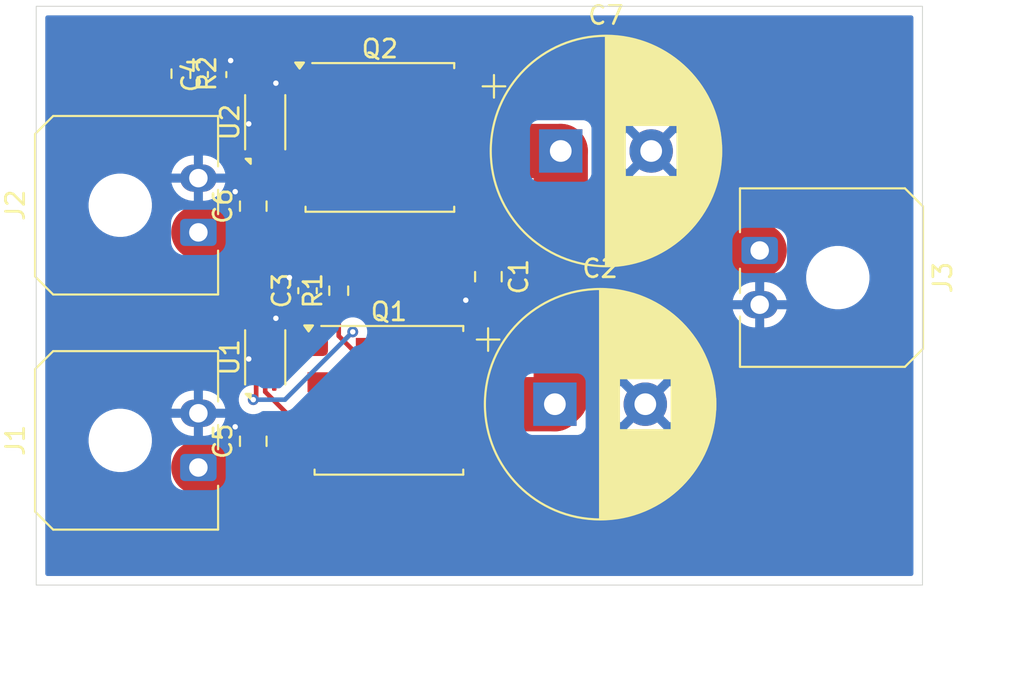
<source format=kicad_pcb>
(kicad_pcb (version 20241229) (generator "pcbnew") (generator_version "9.0")
  (layers (0 "F.Cu" signal) (2 "B.Cu" signal) (13 "F.Paste" user) (15 "B.Paste" user) (5 "F.SilkS" user "F.Silkscreen") (7 "B.SilkS" user "B.Silkscreen") (1 "F.Mask" user) (3 "B.Mask" user) (25 "Edge.Cuts" user))
  (net 0 "")
  (net 1 "/IdealDiode/Vout")
  (net 2 "GND")
  (net 3 "Net-(U1-Vdd)")
  (net 4 "Net-(U2-Vdd)")
  (net 5 "/IdealDiode/Vin")
  (net 6 "/IdealDiode1/Vin")
  (net 7 "Net-(Q1-G)")
  (net 8 "Net-(Q2-G)")
  (footprint "Connector_Molex:Molex_Micro-Fit_3.0_43650-0200_1x02_P3.00mm_Horizontal" (layer "F.Cu") (at 137.965 92.5 90)
    (property "Reference" "J1" (at 1.5 -10.12 90) (layer "F.SilkS"))
    (property "Value" "Power")
    (pad "" np_thru_hole circle (at 1.5 -4.32 90) (size 3 3) (drill 3) (layers "*.Cu" "*.Mask"))
    (pad "1" thru_hole roundrect (at 0 0 90) (size 1.5 2.02) (drill 1.02) (layers "*.Cu" "*.Mask") (roundrect_rratio 0.166667) (net 5 "/IdealDiode/Vin"))
    (pad "2" thru_hole oval (at 3 0 90) (size 1.5 2.02) (drill 1.02) (layers "*.Cu" "*.Mask") (net 2 "GND"))
  )
  (footprint "Package_TO_SOT_SMD:PQFN_8x8" (layer "F.Cu") (at 148.5 88.785)
    (property "Reference" "Q1" (at 0 -4.9 0) (layer "F.SilkS"))
    (property "Value" "FDMT800100DC")
    (pad "1" smd roundrect (at -3.935 -3) (size 1.13 1.1) (layers "F.Cu" "F.Mask" "F.Paste") (net 7 "Net-(Q1-G)"))
    (pad "2" smd custom (at -3.61 1) (size 0.48 5.1) (layers "F.Cu" "F.Mask" "F.Paste") (net 5 "/IdealDiode/Vin") (options (clearance outline) (anchor rect)) (primitives (gr_poly (pts (xy -0.24 -1.45) (xy -0.89 -1.45) (xy -0.89 -2.55) (xy -0.24 -2.55)) (width 0) (fill yes)) (gr_poly (pts (xy -0.24 0.55) (xy -0.89 0.55) (xy -0.89 -0.55) (xy -0.24 -0.55)) (width 0) (fill yes)) (gr_poly (pts (xy -0.24 2.55) (xy -0.89 2.55) (xy -0.89 1.45) (xy -0.24 1.45)) (width 0) (fill yes))))
    (pad "3" smd custom (at 0.785 0) (size 5.23 6.9) (layers "F.Cu" "F.Mask") (net 1 "/IdealDiode/Vout") (options (clearance outline) (anchor rect)) (primitives (gr_poly (pts (xy 3.715 -2.45) (xy 2.615 -2.45) (xy 2.615 -3.55) (xy 3.715 -3.55)) (width 0) (fill yes)) (gr_poly (pts (xy 3.715 -0.45) (xy 2.615 -0.45) (xy 2.615 -1.55) (xy 3.715 -1.55)) (width 0) (fill yes)) (gr_poly (pts (xy 3.715 1.55) (xy 2.615 1.55) (xy 2.615 0.45) (xy 3.715 0.45)) (width 0) (fill yes)) (gr_poly (pts (xy 3.715 3.55) (xy 2.615 3.55) (xy 2.615 2.45) (xy 3.715 2.45)) (width 0) (fill yes))))
  )
  (footprint "Resistor_SMD:R_0603_1608Metric" (layer "F.Cu") (at 137 70.725 -90)
    (property "Reference" "R2" (at 0 -1.43 90) (layer "F.SilkS"))
    (property "Value" "100")
    (pad "1" smd roundrect (at -0.825 0 270) (size 0.8 0.95) (layers "F.Cu" "F.Mask" "F.Paste") (net 1 "/IdealDiode/Vout"))
    (pad "2" smd roundrect (at 0.825 0 270) (size 0.8 0.95) (layers "F.Cu" "F.Mask" "F.Paste") (net 4 "Net-(U2-Vdd)"))
  )
  (footprint "Capacitor_SMD:C_0805_2012Metric" (layer "F.Cu") (at 141 78.05 90)
    (property "Reference" "C6" (at 0 -1.68 90) (layer "F.SilkS"))
    (property "Value" "1uF")
    (pad "1" smd roundrect (at -0.95 0 90) (size 1 1.45) (layers "F.Cu" "F.Mask" "F.Paste") (net 6 "/IdealDiode1/Vin"))
    (pad "2" smd roundrect (at 0.95 0 90) (size 1 1.45) (layers "F.Cu" "F.Mask" "F.Paste") (net 2 "GND"))
  )
  (footprint "Package_TO_SOT_SMD:PQFN_8x8" (layer "F.Cu") (at 148 74.25)
    (property "Reference" "Q2" (at 0 -4.9 0) (layer "F.SilkS"))
    (property "Value" "FDMT800100DC")
    (pad "1" smd roundrect (at -3.935 -3) (size 1.13 1.1) (layers "F.Cu" "F.Mask" "F.Paste") (net 8 "Net-(Q2-G)"))
    (pad "2" smd custom (at -3.61 1) (size 0.48 5.1) (layers "F.Cu" "F.Mask" "F.Paste") (net 6 "/IdealDiode1/Vin") (options (clearance outline) (anchor rect)) (primitives (gr_poly (pts (xy -0.24 -1.45) (xy -0.89 -1.45) (xy -0.89 -2.55) (xy -0.24 -2.55)) (width 0) (fill yes)) (gr_poly (pts (xy -0.24 0.55) (xy -0.89 0.55) (xy -0.89 -0.55) (xy -0.24 -0.55)) (width 0) (fill yes)) (gr_poly (pts (xy -0.24 2.55) (xy -0.89 2.55) (xy -0.89 1.45) (xy -0.24 1.45)) (width 0) (fill yes))))
    (pad "3" smd custom (at 0.785 0) (size 5.23 6.9) (layers "F.Cu" "F.Mask") (net 1 "/IdealDiode/Vout") (options (clearance outline) (anchor rect)) (primitives (gr_poly (pts (xy 3.715 -2.45) (xy 2.615 -2.45) (xy 2.615 -3.55) (xy 3.715 -3.55)) (width 0) (fill yes)) (gr_poly (pts (xy 3.715 -0.45) (xy 2.615 -0.45) (xy 2.615 -1.55) (xy 3.715 -1.55)) (width 0) (fill yes)) (gr_poly (pts (xy 3.715 1.55) (xy 2.615 1.55) (xy 2.615 0.45) (xy 3.715 0.45)) (width 0) (fill yes)) (gr_poly (pts (xy 3.715 3.55) (xy 2.615 3.55) (xy 2.615 2.45) (xy 3.715 2.45)) (width 0) (fill yes))))
  )
  (footprint "Connector_Molex:Molex_Micro-Fit_3.0_43650-0200_1x02_P3.00mm_Horizontal" (layer "F.Cu") (at 137.965 79.5 90)
    (property "Reference" "J2" (at 1.5 -10.12 90) (layer "F.SilkS"))
    (property "Value" "Power")
    (pad "" np_thru_hole circle (at 1.5 -4.32 90) (size 3 3) (drill 3) (layers "*.Cu" "*.Mask"))
    (pad "1" thru_hole roundrect (at 0 0 90) (size 1.5 2.02) (drill 1.02) (layers "*.Cu" "*.Mask") (roundrect_rratio 0.166667) (net 6 "/IdealDiode1/Vin"))
    (pad "2" thru_hole oval (at 3 0 90) (size 1.5 2.02) (drill 1.02) (layers "*.Cu" "*.Mask") (net 2 "GND"))
  )
  (footprint "Capacitor_SMD:C_0805_2012Metric" (layer "F.Cu") (at 141 91.05 90)
    (property "Reference" "C5" (at 0 -1.68 90) (layer "F.SilkS"))
    (property "Value" "1uF")
    (pad "1" smd roundrect (at -0.95 0 90) (size 1 1.45) (layers "F.Cu" "F.Mask" "F.Paste") (net 5 "/IdealDiode/Vin"))
    (pad "2" smd roundrect (at 0.95 0 90) (size 1 1.45) (layers "F.Cu" "F.Mask" "F.Paste") (net 2 "GND"))
  )
  (footprint "Connector_Molex:Molex_Micro-Fit_3.0_43650-0200_1x02_P3.00mm_Horizontal" (layer "F.Cu") (at 169 80.5 -90)
    (property "Reference" "J3" (at 1.5 -10.12 90) (layer "F.SilkS"))
    (property "Value" "PowerOut")
    (pad "" np_thru_hole circle (at 1.5 -4.32 270) (size 3 3) (drill 3) (layers "*.Cu" "*.Mask"))
    (pad "1" thru_hole roundrect (at 0 0 270) (size 1.5 2.02) (drill 1.02) (layers "*.Cu" "*.Mask") (roundrect_rratio 0.166667) (net 1 "/IdealDiode/Vout"))
    (pad "2" thru_hole oval (at 3 0 270) (size 1.5 2.02) (drill 1.02) (layers "*.Cu" "*.Mask") (net 2 "GND"))
  )
  (footprint "Capacitor_SMD:C_0603_1608Metric" (layer "F.Cu") (at 144 82.725 90)
    (property "Reference" "C3" (at 0 -1.43 90) (layer "F.SilkS"))
    (property "Value" "100n")
    (pad "1" smd roundrect (at -0.775 0 90) (size 0.9 0.95) (layers "F.Cu" "F.Mask" "F.Paste") (net 3 "Net-(U1-Vdd)"))
    (pad "2" smd roundrect (at 0.775 0 90) (size 0.9 0.95) (layers "F.Cu" "F.Mask" "F.Paste") (net 2 "GND"))
  )
  (footprint "Capacitor_SMD:C_0603_1608Metric" (layer "F.Cu") (at 139 70.775 90)
    (property "Reference" "C4" (at 0 -1.43 90) (layer "F.SilkS"))
    (property "Value" "100n")
    (pad "1" smd roundrect (at -0.775 0 90) (size 0.9 0.95) (layers "F.Cu" "F.Mask" "F.Paste") (net 4 "Net-(U2-Vdd)"))
    (pad "2" smd roundrect (at 0.775 0 90) (size 0.9 0.95) (layers "F.Cu" "F.Mask" "F.Paste") (net 2 "GND"))
  )
  (footprint "Capacitor_THT:CP_Radial_D12.5mm_P5.00mm" (layer "F.Cu") (at 157.676041 89)
    (property "Reference" "C2" (at 2.5 -7.5 0) (layer "F.SilkS"))
    (property "Value" "470uF")
    (pad "1" thru_hole rect (at 0 0) (size 2.4 2.4) (drill 1.2) (layers "*.Cu" "*.Mask") (net 1 "/IdealDiode/Vout"))
    (pad "2" thru_hole circle (at 5 0) (size 2.4 2.4) (drill 1.2) (layers "*.Cu" "*.Mask") (net 2 "GND"))
  )
  (footprint "Resistor_SMD:R_0603_1608Metric" (layer "F.Cu") (at 145.725 82.725 90)
    (property "Reference" "R1" (at 0 -1.43 90) (layer "F.SilkS"))
    (property "Value" "100")
    (pad "1" smd roundrect (at -0.825 0 90) (size 0.8 0.95) (layers "F.Cu" "F.Mask" "F.Paste") (net 1 "/IdealDiode/Vout"))
    (pad "2" smd roundrect (at 0.825 0 90) (size 0.8 0.95) (layers "F.Cu" "F.Mask" "F.Paste") (net 3 "Net-(U1-Vdd)"))
  )
  (footprint "Package_DFN_QFN:DFN-6-1EP_3x2mm_P0.5mm_EP1.65x1.35mm" (layer "F.Cu") (at 141.66 86.41 90)
    (property "Reference" "U1" (at 0 -1.95 90) (layer "F.SilkS"))
    (property "Value" "LTC4357DCB")
    (pad "1" smd roundrect (at -1.4375 -0.5 90) (size 0.825 0.25) (layers "F.Cu" "F.Mask" "F.Paste") (net 1 "/IdealDiode/Vout"))
    (pad "2" smd roundrect (at -1.4375 0 90) (size 0.825 0.25) (layers "F.Cu" "F.Mask" "F.Paste") (net 5 "/IdealDiode/Vin"))
    (pad "3" smd roundrect (at -1.4375 0.5 90) (size 0.825 0.25) (layers "F.Cu" "F.Mask" "F.Paste") (net 7 "Net-(Q1-G)"))
    (pad "4" smd roundrect (at 1.4375 0.5 90) (size 0.825 0.25) (layers "F.Cu" "F.Mask" "F.Paste") (net 2 "GND"))
    (pad "5" smd roundrect (at 1.4375 0 90) (size 0.825 0.25) (layers "F.Cu" "F.Mask" "F.Paste"))
    (pad "6" smd roundrect (at 1.4375 -0.5 90) (size 0.825 0.25) (layers "F.Cu" "F.Mask" "F.Paste") (net 3 "Net-(U1-Vdd)"))
    (pad "7" smd rect (at 0 0 90) (size 1.65 1.35) (property pad_prop_heatsink) (layers "F.Cu" "F.Mask") (net 2 "GND"))
  )
  (footprint "Package_DFN_QFN:DFN-6-1EP_3x2mm_P0.5mm_EP1.65x1.35mm" (layer "F.Cu") (at 141.66 73.41 90)
    (property "Reference" "U2" (at 0 -1.95 90) (layer "F.SilkS"))
    (property "Value" "LTC4357DCB")
    (pad "1" smd roundrect (at -1.4375 -0.5 90) (size 0.825 0.25) (layers "F.Cu" "F.Mask" "F.Paste") (net 1 "/IdealDiode/Vout"))
    (pad "2" smd roundrect (at -1.4375 0 90) (size 0.825 0.25) (layers "F.Cu" "F.Mask" "F.Paste") (net 6 "/IdealDiode1/Vin"))
    (pad "3" smd roundrect (at -1.4375 0.5 90) (size 0.825 0.25) (layers "F.Cu" "F.Mask" "F.Paste") (net 8 "Net-(Q2-G)"))
    (pad "4" smd roundrect (at 1.4375 0.5 90) (size 0.825 0.25) (layers "F.Cu" "F.Mask" "F.Paste") (net 2 "GND"))
    (pad "5" smd roundrect (at 1.4375 0 90) (size 0.825 0.25) (layers "F.Cu" "F.Mask" "F.Paste"))
    (pad "6" smd roundrect (at 1.4375 -0.5 90) (size 0.825 0.25) (layers "F.Cu" "F.Mask" "F.Paste") (net 4 "Net-(U2-Vdd)"))
    (pad "7" smd rect (at 0 0 90) (size 1.65 1.35) (property pad_prop_heatsink) (layers "F.Cu" "F.Mask") (net 2 "GND"))
  )
  (footprint "Capacitor_THT:CP_Radial_D12.5mm_P5.00mm" (layer "F.Cu") (at 158 75)
    (property "Reference" "C7" (at 2.5 -7.5 0) (layer "F.SilkS"))
    (property "Value" "470uF")
    (pad "1" thru_hole rect (at 0 0) (size 2.4 2.4) (drill 1.2) (layers "*.Cu" "*.Mask") (net 1 "/IdealDiode/Vout"))
    (pad "2" thru_hole circle (at 5 0) (size 2.4 2.4) (drill 1.2) (layers "*.Cu" "*.Mask") (net 2 "GND"))
  )
  (footprint "Capacitor_SMD:C_0805_2012Metric" (layer "F.Cu") (at 154 81.95 -90)
    (property "Reference" "C1" (at 0 -1.68 90) (layer "F.SilkS"))
    (property "Value" "1uF")
    (pad "1" smd roundrect (at -0.95 0 270) (size 1 1.45) (layers "F.Cu" "F.Mask" "F.Paste") (net 1 "/IdealDiode/Vout"))
    (pad "2" smd roundrect (at 0.95 0 270) (size 1 1.45) (layers "F.Cu" "F.Mask" "F.Paste") (net 2 "GND"))
  )
  (gr_rect (start 129 67) (end 178 99) (stroke (width 0.05)) (fill no) (layer "Edge.Cuts"))
  (segment (start 157.676041 89) (end 149.5 89) (width 3) (layer "F.Cu") (net 1))
  (segment (start 146.5 85) (end 146 85.5) (width 0.254) (layer "F.Cu") (net 1))
  (segment (start 149.535 75) (end 148.785 74.25) (width 3) (layer "F.Cu") (net 1))
  (segment (start 149.5 89) (end 149.285 88.785) (width 3) (layer "F.Cu") (net 1))
  (segment (start 158 75) (end 149.535 75) (width 3) (layer "F.Cu") (net 1))
  (segment (start 141.16 74.8475) (end 139.070254 74.8475) (width 0.254) (layer "F.Cu") (net 1))
  (segment (start 141.16 88.59) (end 141 88.75) (width 0.254) (layer "F.Cu") (net 1))
  (segment (start 143.535 69) (end 148.785 74.25) (width 0.254) (layer "F.Cu") (net 1))
  (segment (start 137 69.9) (end 137.9 69) (width 0.254) (layer "F.Cu") (net 1))
  (segment (start 158 88.676041) (end 157.676041 89) (width 3) (layer "F.Cu") (net 1))
  (segment (start 169 80.5) (end 158.5 80.5) (width 3) (layer "F.Cu") (net 1))
  (segment (start 158 81) (end 158 88.676041) (width 3) (layer "F.Cu") (net 1))
  (segment (start 141.16 87.8475) (end 141.16 88.59) (width 0.254) (layer "F.Cu") (net 1))
  (segment (start 137.9 69) (end 143.535 69) (width 0.254) (layer "F.Cu") (net 1))
  (segment (start 136 71.777246) (end 136 70.9) (width 0.254) (layer "F.Cu") (net 1))
  (segment (start 136 70.9) (end 137 69.9) (width 0.254) (layer "F.Cu") (net 1))
  (segment (start 154 81) (end 158 81) (width 2) (layer "F.Cu") (net 1))
  (segment (start 158 75) (end 158 81) (width 3) (layer "F.Cu") (net 1))
  (segment (start 145.725 83.55) (end 145.725 85.225) (width 0.254) (layer "F.Cu") (net 1))
  (segment (start 145.725 85.225) (end 146 85.5) (width 0.254) (layer "F.Cu") (net 1))
  (segment (start 158.5 80.5) (end 158 81) (width 3) (layer "F.Cu") (net 1))
  (segment (start 139.070254 74.8475) (end 136 71.777246) (width 0.254) (layer "F.Cu") (net 1))
  (segment (start 146 85.5) (end 149.285 88.785) (width 0.254) (layer "F.Cu") (net 1))
  (via (at 141 88.75) (size 0.6) (drill 0.3) (layers "F.Cu" "B.Cu") (net 1))
  (via (at 146.5 85) (size 0.6) (drill 0.3) (layers "F.Cu" "B.Cu") (net 1))
  (segment (start 142.75 88.75) (end 146.5 85) (width 0.254) (layer "B.Cu") (net 1))
  (segment (start 141 88.75) (end 142.75 88.75) (width 0.254) (layer "B.Cu") (net 1))
  (segment (start 154 82.9) (end 153.1 82.9) (width 0.254) (layer "F.Cu") (net 2))
  (segment (start 142.16 72.91) (end 141.66 73.41) (width 0.254) (layer "F.Cu") (net 2))
  (segment (start 140.84 73.41) (end 140.75 73.5) (width 0.254) (layer "F.Cu") (net 2))
  (segment (start 142.16 85.91) (end 141.66 86.41) (width 0.254) (layer "F.Cu") (net 2))
  (segment (start 142.16 71.34) (end 142.25 71.25) (width 0.254) (layer "F.Cu") (net 2))
  (segment (start 153.1 82.9) (end 152.75 83.25) (width 0.254) (layer "F.Cu") (net 2))
  (segment (start 142.16 84.9725) (end 142.16 84.34) (width 0.254) (layer "F.Cu") (net 2))
  (segment (start 144 81.95) (end 143.05 81.95) (width 0.254) (layer "F.Cu") (net 2))
  (segment (start 141.66 86.41) (end 140.84 86.41) (width 0.254) (layer "F.Cu") (net 2))
  (segment (start 140.15 77.1) (end 140 77.25) (width 0.254) (layer "F.Cu") (net 2))
  (segment (start 139 70) (end 139.75 70) (width 0.254) (layer "F.Cu") (net 2))
  (segment (start 142.16 71.9725) (end 142.16 71.34) (width 0.254) (layer "F.Cu") (net 2))
  (segment (start 140.15 90.1) (end 140 90.25) (width 0.254) (layer "F.Cu") (net 2))
  (segment (start 141 90.1) (end 140.15 90.1) (width 0.254) (layer "F.Cu") (net 2))
  (segment (start 141.66 73.41) (end 140.84 73.41) (width 0.254) (layer "F.Cu") (net 2))
  (segment (start 141 77.1) (end 140.15 77.1) (width 0.254) (layer "F.Cu") (net 2))
  (segment (start 142.16 84.34) (end 142.25 84.25) (width 0.254) (layer "F.Cu") (net 2))
  (segment (start 142.16 84.9725) (end 142.16 85.91) (width 0.254) (layer "F.Cu") (net 2))
  (segment (start 140.84 86.41) (end 140.75 86.5) (width 0.254) (layer "F.Cu") (net 2))
  (segment (start 143.05 81.95) (end 143 82) (width 0.254) (layer "F.Cu") (net 2))
  (segment (start 142.16 71.9725) (end 142.16 72.91) (width 0.254) (layer "F.Cu") (net 2))
  (via (at 139.75 70) (size 0.6) (drill 0.3) (layers "F.Cu" "B.Cu") (net 2))
  (via (at 140 77.25) (size 0.6) (drill 0.3) (layers "F.Cu" "B.Cu") (net 2))
  (via (at 152.75 83.25) (size 0.6) (drill 0.3) (layers "F.Cu" "B.Cu") (net 2))
  (via (at 142.25 84.25) (size 0.6) (drill 0.3) (layers "F.Cu" "B.Cu") (net 2))
  (via (at 140.75 73.5) (size 0.6) (drill 0.3) (layers "F.Cu" "B.Cu") (net 2))
  (via (at 140 90.25) (size 0.6) (drill 0.3) (layers "F.Cu" "B.Cu") (net 2))
  (via (at 143 82) (size 0.6) (drill 0.3) (layers "F.Cu" "B.Cu") (net 2))
  (via (at 142.25 71.25) (size 0.6) (drill 0.3) (layers "F.Cu" "B.Cu") (net 2))
  (via (at 140.75 86.5) (size 0.6) (drill 0.3) (layers "F.Cu" "B.Cu") (net 2))
  (segment (start 141.16 84.34) (end 142 83.5) (width 0.254) (layer "F.Cu") (net 3))
  (segment (start 142 83.5) (end 144 83.5) (width 0.254) (layer "F.Cu") (net 3))
  (segment (start 141.16 84.9725) (end 141.16 84.34) (width 0.254) (layer "F.Cu") (net 3))
  (segment (start 145.725 81.9) (end 145.6 81.9) (width 0.254) (layer "F.Cu") (net 3))
  (segment (start 145.6 81.9) (end 144 83.5) (width 0.254) (layer "F.Cu") (net 3))
  (segment (start 139.4225 71.9725) (end 139 71.55) (width 0.254) (layer "F.Cu") (net 4))
  (segment (start 137 71.55) (end 139 71.55) (width 0.254) (layer "F.Cu") (net 4))
  (segment (start 141.16 71.9725) (end 139.4225 71.9725) (width 0.254) (layer "F.Cu") (net 4))
  (segment (start 144.4625 90.2125) (end 142.374 92.301) (width 3) (layer "F.Cu") (net 5))
  (segment (start 141.66 88.313984) (end 143.558516 90.2125) (width 0.254) (layer "F.Cu") (net 5))
  (segment (start 144.89 89.785) (end 144.4625 90.2125) (width 3) (layer "F.Cu") (net 5))
  (segment (start 141.66 87.8475) (end 141.66 88.313984) (width 0.254) (layer "F.Cu") (net 5))
  (segment (start 142.374 92.301) (end 141 92.301) (width 3) (layer "F.Cu") (net 5))
  (segment (start 140.801 92.5) (end 141 92.301) (width 3) (layer "F.Cu") (net 5))
  (segment (start 143.558516 90.2125) (end 144.4625 90.2125) (width 0.254) (layer "F.Cu") (net 5))
  (segment (start 137.965 92.5) (end 140.801 92.5) (width 3) (layer "F.Cu") (net 5))
  (segment (start 144.464 76) (end 144.464 75.347182) (width 3) (layer "F.Cu") (net 6))
  (segment (start 140.801 79.5) (end 141 79.301) (width 3) (layer "F.Cu") (net 6))
  (segment (start 142.346016 76) (end 144.464 76) (width 0.254) (layer "F.Cu") (net 6))
  (segment (start 141.66 74.8475) (end 141.66 75.313984) (width 0.254) (layer "F.Cu") (net 6))
  (segment (start 141.66 75.313984) (end 142.346016 76) (width 0.254) (layer "F.Cu") (net 6))
  (segment (start 137.965 79.5) (end 140.801 79.5) (width 3) (layer "F.Cu") (net 6))
  (segment (start 144.464 77.127058) (end 144.464 76) (width 3) (layer "F.Cu") (net 6))
  (segment (start 140.801 79.5) (end 142.091058 79.5) (width 3) (layer "F.Cu") (net 6))
  (segment (start 142.091058 79.5) (end 144.464 77.127058) (width 3) (layer "F.Cu") (net 6))
  (segment (start 142.5025 87.8475) (end 144.565 85.785) (width 0.254) (layer "F.Cu") (net 7))
  (segment (start 142.16 87.8475) (end 142.5025 87.8475) (width 0.254) (layer "F.Cu") (net 7))
  (segment (start 143.167 72.148) (end 144.065 71.25) (width 0.254) (layer "F.Cu") (net 8))
  (segment (start 142.3785 74.8475) (end 143.167 74.059) (width 0.254) (layer "F.Cu") (net 8))
  (segment (start 143.167 74.059) (end 143.167 72.148) (width 0.254) (layer "F.Cu") (net 8))
  (segment (start 142.16 74.8475) (end 142.3785 74.8475) (width 0.254) (layer "F.Cu") (net 8))
  (zone (net 2) (net_name "GND") (layer "B.Cu") (connect_pads (clearance 0.5)) (min_thickness 0.25) (fill yes (thermal_gap 0.5) (thermal_bridge_width 0.5))
    (polygon (pts (xy 129 67) (xy 178 67) (xy 178 99) (xy 129 99)))
  )
)
</source>
